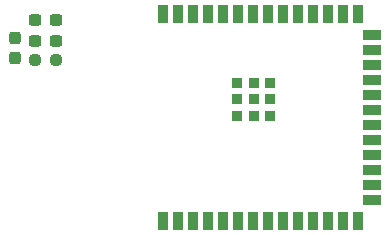
<source format=gbr>
%TF.GenerationSoftware,KiCad,Pcbnew,7.0.6-0*%
%TF.CreationDate,2024-04-21T20:48:41+02:00*%
%TF.ProjectId,3mode_controller,336d6f64-655f-4636-9f6e-74726f6c6c65,rev?*%
%TF.SameCoordinates,Original*%
%TF.FileFunction,Paste,Bot*%
%TF.FilePolarity,Positive*%
%FSLAX46Y46*%
G04 Gerber Fmt 4.6, Leading zero omitted, Abs format (unit mm)*
G04 Created by KiCad (PCBNEW 7.0.6-0) date 2024-04-21 20:48:41*
%MOMM*%
%LPD*%
G01*
G04 APERTURE LIST*
G04 Aperture macros list*
%AMRoundRect*
0 Rectangle with rounded corners*
0 $1 Rounding radius*
0 $2 $3 $4 $5 $6 $7 $8 $9 X,Y pos of 4 corners*
0 Add a 4 corners polygon primitive as box body*
4,1,4,$2,$3,$4,$5,$6,$7,$8,$9,$2,$3,0*
0 Add four circle primitives for the rounded corners*
1,1,$1+$1,$2,$3*
1,1,$1+$1,$4,$5*
1,1,$1+$1,$6,$7*
1,1,$1+$1,$8,$9*
0 Add four rect primitives between the rounded corners*
20,1,$1+$1,$2,$3,$4,$5,0*
20,1,$1+$1,$4,$5,$6,$7,0*
20,1,$1+$1,$6,$7,$8,$9,0*
20,1,$1+$1,$8,$9,$2,$3,0*%
G04 Aperture macros list end*
%ADD10RoundRect,0.237500X0.300000X0.237500X-0.300000X0.237500X-0.300000X-0.237500X0.300000X-0.237500X0*%
%ADD11R,0.900000X0.900000*%
%ADD12R,0.900000X1.500000*%
%ADD13R,1.500000X0.900000*%
%ADD14RoundRect,0.237500X0.250000X0.237500X-0.250000X0.237500X-0.250000X-0.237500X0.250000X-0.237500X0*%
%ADD15RoundRect,0.237500X0.237500X-0.300000X0.237500X0.300000X-0.237500X0.300000X-0.237500X-0.300000X0*%
G04 APERTURE END LIST*
D10*
%TO.C,C3*%
X125462500Y-93792000D03*
X123737500Y-93792000D03*
%TD*%
D11*
%TO.C,U2*%
X143620000Y-97350000D03*
X142220000Y-97350000D03*
X140820000Y-97350000D03*
X143620000Y-98750000D03*
X142220000Y-98750000D03*
X140820000Y-98750000D03*
X143620000Y-100150000D03*
X142220000Y-100150000D03*
X140820000Y-100150000D03*
D12*
X134500000Y-91500000D03*
X135770000Y-91500000D03*
X137040000Y-91500000D03*
X138310000Y-91500000D03*
X139580000Y-91500000D03*
X140850000Y-91500000D03*
X142120000Y-91500000D03*
X143390000Y-91500000D03*
X144660000Y-91500000D03*
X145930000Y-91500000D03*
X147200000Y-91500000D03*
X148470000Y-91500000D03*
X149740000Y-91500000D03*
X151010000Y-91500000D03*
D13*
X152260000Y-93265000D03*
X152260000Y-94535000D03*
X152260000Y-95805000D03*
X152260000Y-97075000D03*
X152260000Y-98345000D03*
X152260000Y-99615000D03*
X152260000Y-100885000D03*
X152260000Y-102155000D03*
X152260000Y-103425000D03*
X152260000Y-104695000D03*
X152260000Y-105965000D03*
X152260000Y-107235000D03*
D12*
X151010000Y-109000000D03*
X149740000Y-109000000D03*
X148470000Y-109000000D03*
X147200000Y-109000000D03*
X145930000Y-109000000D03*
X144660000Y-109000000D03*
X143390000Y-109000000D03*
X142120000Y-109000000D03*
X140850000Y-109000000D03*
X139580000Y-109000000D03*
X138310000Y-109000000D03*
X137040000Y-109000000D03*
X135770000Y-109000000D03*
X134500000Y-109000000D03*
%TD*%
D10*
%TO.C,C5*%
X125462500Y-92000000D03*
X123737500Y-92000000D03*
%TD*%
D14*
%TO.C,R1*%
X125512500Y-95392000D03*
X123687500Y-95392000D03*
%TD*%
D15*
%TO.C,C1*%
X122000000Y-95262500D03*
X122000000Y-93537500D03*
%TD*%
M02*

</source>
